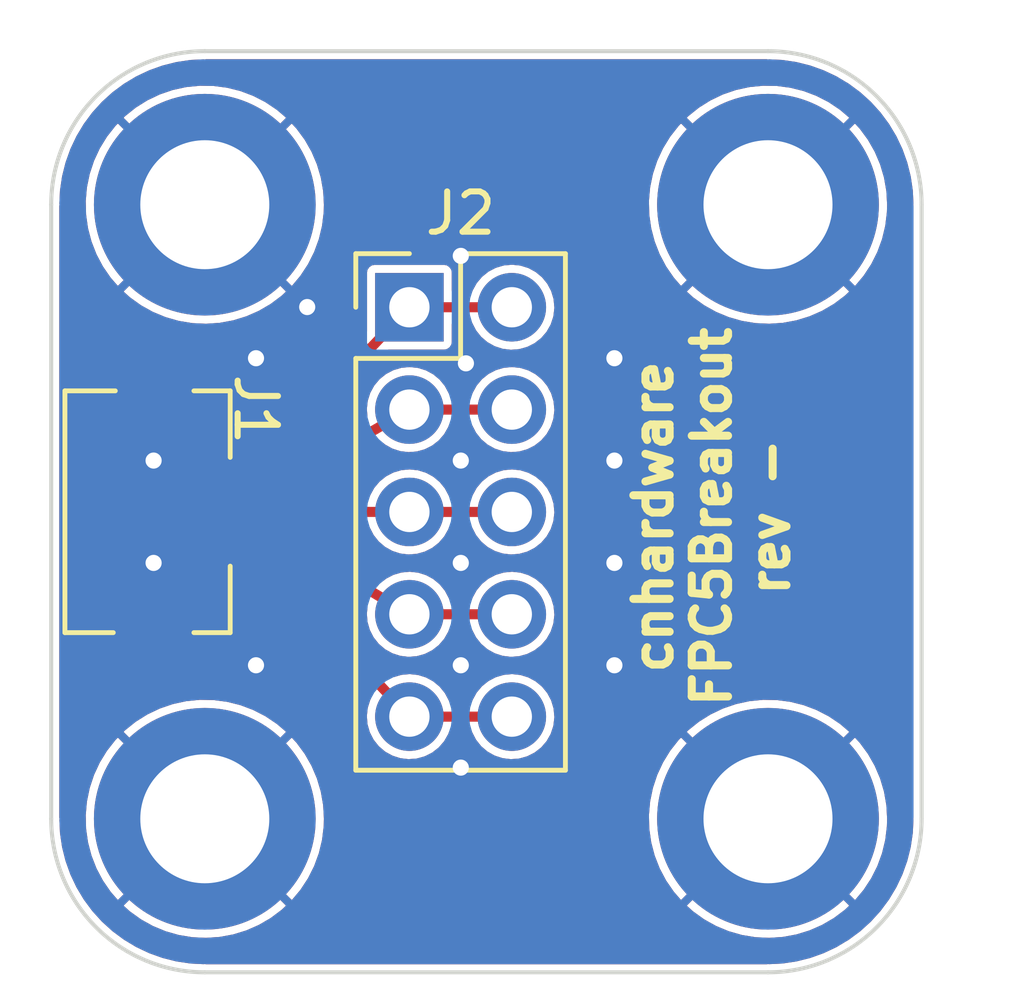
<source format=kicad_pcb>
(kicad_pcb (version 20211014) (generator pcbnew)
  (layers (0 "F.Cu" signal) (31 "B.Cu" signal) (34 "B.Paste" user) (35 "F.Paste" user) (36 "B.SilkS" user "B.Silkscreen") (37 "F.SilkS" user "F.Silkscreen") (38 "B.Mask" user) (39 "F.Mask" user) (44 "Edge.Cuts" user))
  (net 0 "")
  (net 1 "GND")
  (net 2 "Net-(J2-Pad1)")
  (net 3 "Net-(J2-Pad3)")
  (net 4 "Net-(J2-Pad5)")
  (net 5 "Net-(J2-Pad7)")
  (net 6 "Net-(J2-Pad10)")
  (footprint "MountingHole:MountingHole_3.2mm_M3_ISO14580_Pad" (layer "F.Cu") (at 49.53 44.45)
    (fp_text reference "H4" hide)
    (fp_text value "~")
    (pad "1" thru_hole circle (at 0 0) (size 5.5 5.5) (drill 3.2) (layers *.Cu *.Mask) (net 1 "GND"))
  )
  (footprint "MountingHole:MountingHole_3.2mm_M3_ISO14580_Pad" (layer "F.Cu") (at 49.53 59.69)
    (fp_text reference "H1" hide)
    (fp_text value "~")
    (pad "1" thru_hole circle (at 0 0) (size 5.5 5.5) (drill 3.2) (layers *.Cu *.Mask) (net 1 "GND"))
  )
  (footprint "XCB-FPC-DS-05-0.5mm:XCB-FPC-DS-05-0.5mm" (layer "F.Cu") (at 48.26 52.07 -90)
    (fp_text reference "J1" (at -2.54 -2.54 -90 unlocked) (layer "F.SilkS"))
    (fp_text value "FPC")
    (fp_line (start 1.35 -1.9) (end 3 -1.9) (layer "F.SilkS") (width 0.12))
    (fp_line (start -3 -1) (end -3 -1.9) (layer "F.SilkS") (width 0.12))
    (fp_line (start 3 2.2) (end 3 1) (layer "F.SilkS") (width 0.12))
    (fp_line (start 3 -1.9) (end 3 -1) (layer "F.SilkS") (width 0.12))
    (fp_line (start -3 2.2) (end 3 2.2) (layer "F.SilkS") (width 0.12))
    (fp_line (start -3 0.95) (end -3 2.2) (layer "F.SilkS") (width 0.12))
    (fp_line (start -3 -1.9) (end -1.35 -1.9) (layer "F.SilkS") (width 0.12))
    (pad "1" smd roundrect (at -1 -1.95 90) (size 0.27 0.9) (layers "F.Cu" "F.Paste" "F.Mask") (roundrect_rratio 0.1) (net 2 "Net-(J2-Pad1)"))
    (pad "2" smd roundrect (at -0.5 -1.95 90) (size 0.27 0.9) (layers "F.Cu" "F.Paste" "F.Mask") (roundrect_rratio 0.1) (net 3 "Net-(J2-Pad3)"))
    (pad "3" smd roundrect (at 0 -1.95 90) (size 0.27 0.9) (layers "F.Cu" "F.Paste" "F.Mask") (roundrect_rratio 0.1) (net 4 "Net-(J2-Pad5)"))
    (pad "4" smd roundrect (at 0.5 -1.95 90) (size 0.27 0.9) (layers "F.Cu" "F.Paste" "F.Mask") (roundrect_rratio 0.1) (net 5 "Net-(J2-Pad7)"))
    (pad "5" smd roundrect (at 1 -1.95 90) (size 0.27 0.9) (layers "F.Cu" "F.Paste" "F.Mask") (roundrect_rratio 0.1) (net 6 "Net-(J2-Pad10)"))
    (pad "6" smd roundrect (at 3 0 90) (size 1.4 1.57) (layers "F.Cu" "F.Paste" "F.Mask") (roundrect_rratio 0.1) (net 1 "GND"))
    (pad "6" smd roundrect (at -3 0 90) (size 1.4 1.57) (layers "F.Cu" "F.Paste" "F.Mask") (roundrect_rratio 0.1) (net 1 "GND"))
  )
  (footprint "MountingHole:MountingHole_3.2mm_M3_ISO14580_Pad" (layer "F.Cu") (at 63.5 59.69)
    (fp_text reference "H2" hide)
    (fp_text value "~")
    (pad "1" thru_hole circle (at 0 0) (size 5.5 5.5) (drill 3.2) (layers *.Cu *.Mask) (net 1 "GND"))
  )
  (footprint "MountingHole:MountingHole_3.2mm_M3_ISO14580_Pad" (layer "F.Cu") (at 63.5 44.45)
    (fp_text reference "H3" hide)
    (fp_text value "~" hide)
    (pad "1" thru_hole circle (at 0 0) (size 5.5 5.5) (drill 3.2) (layers *.Cu *.Mask) (net 1 "GND"))
  )
  (footprint "Connector_PinHeader_2.54mm:PinHeader_2x05_P2.54mm_Vertical" (layer "F.Cu") (at 54.605 46.995)
    (fp_text reference "J2" (at 1.27 -2.33) (layer "F.SilkS"))
    (fp_text value "CONN")
    (fp_line (start -1.33 1.27) (end -1.33 11.49) (layer "F.SilkS") (width 0.12))
    (fp_line (start -1.33 0) (end -1.33 -1.33) (layer "F.SilkS") (width 0.12))
    (fp_line (start -1.33 -1.33) (end 0 -1.33) (layer "F.SilkS") (width 0.12))
    (fp_line (start 1.27 -1.33) (end 3.87 -1.33) (layer "F.SilkS") (width 0.12))
    (fp_line (start -1.33 1.27) (end 1.27 1.27) (layer "F.SilkS") (width 0.12))
    (fp_line (start 1.27 1.27) (end 1.27 -1.33) (layer "F.SilkS") (width 0.12))
    (fp_line (start -1.33 11.49) (end 3.87 11.49) (layer "F.SilkS") (width 0.12))
    (fp_line (start 3.87 -1.33) (end 3.87 11.49) (layer "F.SilkS") (width 0.12))
    (pad "1" thru_hole rect (at 0 0) (size 1.7 1.7) (drill 1) (layers *.Cu *.Mask) (net 2 "Net-(J2-Pad1)"))
    (pad "2" thru_hole oval (at 2.54 0) (size 1.7 1.7) (drill 1) (layers *.Cu *.Mask) (net 2 "Net-(J2-Pad1)"))
    (pad "3" thru_hole oval (at 0 2.54) (size 1.7 1.7) (drill 1) (layers *.Cu *.Mask) (net 3 "Net-(J2-Pad3)"))
    (pad "4" thru_hole oval (at 2.54 2.54) (size 1.7 1.7) (drill 1) (layers *.Cu *.Mask) (net 3 "Net-(J2-Pad3)"))
    (pad "5" thru_hole oval (at 0 5.08) (size 1.7 1.7) (drill 1) (layers *.Cu *.Mask) (net 4 "Net-(J2-Pad5)"))
    (pad "6" thru_hole oval (at 2.54 5.08) (size 1.7 1.7) (drill 1) (layers *.Cu *.Mask) (net 4 "Net-(J2-Pad5)"))
    (pad "7" thru_hole oval (at 0 7.62) (size 1.7 1.7) (drill 1) (layers *.Cu *.Mask) (net 5 "Net-(J2-Pad7)"))
    (pad "8" thru_hole oval (at 2.54 7.62) (size 1.7 1.7) (drill 1) (layers *.Cu *.Mask) (net 5 "Net-(J2-Pad7)"))
    (pad "9" thru_hole oval (at 0 10.16) (size 1.7 1.7) (drill 1) (layers *.Cu *.Mask) (net 6 "Net-(J2-Pad10)"))
    (pad "10" thru_hole oval (at 2.54 10.16) (size 1.7 1.7) (drill 1) (layers *.Cu *.Mask) (net 6 "Net-(J2-Pad10)"))
  )
  (gr_arc (start 67.31 59.69) (mid 66.194077 62.384077) (end 63.5 63.5) (layer "Edge.Cuts") (width 0.1))
  (gr_line (start 63.5 63.5) (end 49.53 63.5) (layer "Edge.Cuts") (width 0.1))
  (gr_arc (start 63.5 40.64) (mid 66.194077 41.755923) (end 67.31 44.45) (layer "Edge.Cuts") (width 0.1))
  (gr_line (start 63.5 40.64) (end 49.53 40.64) (layer "Edge.Cuts") (width 0.1))
  (gr_arc (start 45.72 44.45) (mid 46.835923 41.755923) (end 49.53 40.64) (layer "Edge.Cuts") (width 0.1))
  (gr_arc (start 49.53 63.5) (mid 46.835923 62.384077) (end 45.72 59.69) (layer "Edge.Cuts") (width 0.1))
  (gr_line (start 45.72 44.45) (end 45.72 59.69) (layer "Edge.Cuts") (width 0.1))
  (gr_line (start 67.31 59.69) (end 67.31 44.45) (layer "Edge.Cuts") (width 0.1))
  (gr_text "cnhardware\nFPC5Breakout\nrev -" (at 62.103 52.197 90) (layer "F.SilkS") (effects (font (size 0.9 0.9) (thickness 0.2))))
  (via (at 48.26 50.8) (size 0.8) (drill 0.4) (layers "F.Cu" "B.Cu") (net 1))
  (via (at 55.88 58.42) (size 0.8) (drill 0.4) (layers "F.Cu" "B.Cu") (net 1))
  (via (at 55.88 45.72) (size 0.8) (drill 0.4) (layers "F.Cu" "B.Cu") (net 1))
  (via (at 50.8 48.26) (size 0.8) (drill 0.4) (layers "F.Cu" "B.Cu") (net 1))
  (via (at 50.8 55.88) (size 0.8) (drill 0.4) (layers "F.Cu" "B.Cu") (net 1))
  (via (at 56.007 48.387) (size 0.8) (drill 0.4) (layers "F.Cu" "B.Cu") (net 1))
  (via (at 59.69 55.88) (size 0.8) (drill 0.4) (layers "F.Cu" "B.Cu") (net 1))
  (via (at 59.69 53.34) (size 0.8) (drill 0.4) (layers "F.Cu" "B.Cu") (net 1))
  (via (at 55.88 55.88) (size 0.8) (drill 0.4) (layers "F.Cu" "B.Cu") (net 1))
  (via (at 52.07 46.99) (size 0.8) (drill 0.4) (layers "F.Cu" "B.Cu") (net 1))
  (via (at 55.88 53.34) (size 0.8) (drill 0.4) (layers "F.Cu" "B.Cu") (net 1))
  (via (at 55.88 50.8) (size 0.8) (drill 0.4) (layers "F.Cu" "B.Cu") (net 1))
  (via (at 48.26 53.34) (size 0.8) (drill 0.4) (layers "F.Cu" "B.Cu") (net 1))
  (via (at 59.69 48.26) (size 0.8) (drill 0.4) (layers "F.Cu" "B.Cu") (net 1))
  (via (at 59.69 50.8) (size 0.8) (drill 0.4) (layers "F.Cu" "B.Cu") (net 1))
  (segment (start 54.605 46.995) (end 57.145 46.995) (width 0.25) (layer "F.Cu") (net 2))
  (segment (start 50.74 51.07) (end 54.605 46.995) (width 0.25) (layer "F.Cu") (net 2))
  (segment (start 50.21 51.07) (end 50.74 51.07) (width 0.25) (layer "F.Cu") (net 2))
  (segment (start 51.1 51.57) (end 54.605 49.535) (width 0.25) (layer "F.Cu") (net 3))
  (segment (start 57.145 49.535) (end 54.605 49.535) (width 0.25) (layer "F.Cu") (net 3))
  (segment (start 50.21 51.57) (end 51.1 51.57) (width 0.25) (layer "F.Cu") (net 3))
  (segment (start 54.605 52.075) (end 57.145 52.075) (width 0.25) (layer "F.Cu") (net 4))
  (segment (start 50.21 52.07) (end 54.605 52.075) (width 0.25) (layer "F.Cu") (net 4))
  (segment (start 50.21 52.57) (end 51.19 52.57) (width 0.25) (layer "F.Cu") (net 5))
  (segment (start 51.19 52.57) (end 54.605 54.615) (width 0.25) (layer "F.Cu") (net 5))
  (segment (start 54.605 54.615) (end 57.145 54.615) (width 0.25) (layer "F.Cu") (net 5))
  (segment (start 54.605 57.155) (end 50.78 53.07) (width 0.25) (layer "F.Cu") (net 6))
  (segment (start 57.145 57.155) (end 54.605 57.155) (width 0.25) (layer "F.Cu") (net 6))
  (segment (start 50.78 53.07) (end 50.21 53.07) (width 0.25) (layer "F.Cu") (net 6))
  (zone (net 1) (net_name "GND") (layers F&B.Cu) (connect_pads (clearance 0.2)) (min_thickness 0.2) (fill yes (thermal_gap 0.2) (thermal_bridge_width 0.2))
    (polygon (pts (xy 69.85 63.5) (xy 44.45 63.5) (xy 44.45 39.37) (xy 69.85 39.37)))
  )
)
</source>
